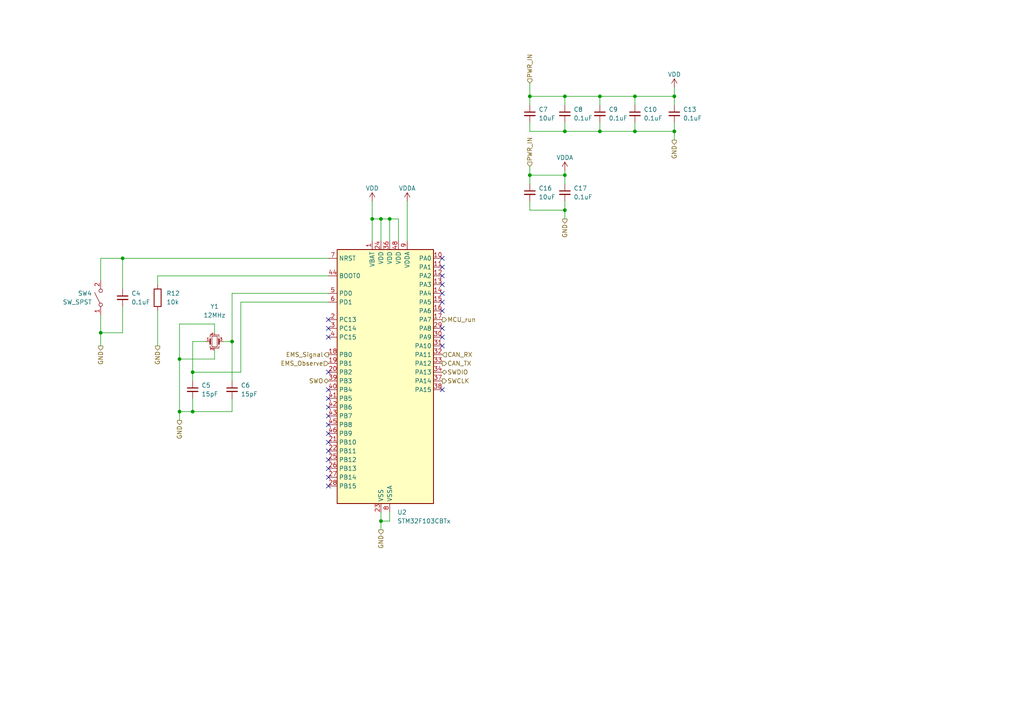
<source format=kicad_sch>
(kicad_sch (version 20230121) (generator eeschema)
  (paper "A4")
  (lib_symbols
    (symbol "Device:C_Small" (pin_numbers hide) (pin_names (offset 0.254) hide)
      (property "Reference" "C" (at 0.254 1.778 0))
      (property "Value" "C_Small" (at 0.254 -2.032 0))
      (symbol "C_Small_0_1"
        (polyline (pts (xy -1.524 -0.508) (xy 1.524 -0.508)) (stroke (width 0.3302)))
        (polyline (pts (xy -1.524 0.508) (xy 1.524 0.508)) (stroke (width 0.3048)))
      )
      (symbol "C_Small_1_1"
        (pin passive line (at 0 2.54 270) (length 2.032) (name "~") (number "1"))
        (pin passive line (at 0 -2.54 90) (length 2.032) (name "~") (number "2"))
      )
    )
    (symbol "Device:Crystal_GND24_Small" (pin_names (offset 1.016) hide)
      (property "Reference" "Y" (at 1.27 4.445 0))
      (property "Value" "Crystal_GND24_Small" (at 1.27 2.54 0))
      (symbol "Crystal_GND24_Small_0_1"
        (rectangle (start -0.762 -1.524) (end 0.762 1.524))
        (polyline (pts (xy -1.27 -0.762) (xy -1.27 0.762)) (stroke (width 0.381)))
        (polyline (pts (xy 1.27 -0.762) (xy 1.27 0.762)) (stroke (width 0.381)))
        (polyline (pts (xy -1.27 -1.27) (xy -1.27 -1.905) (xy 1.27 -1.905) (xy 1.27 -1.27)))
        (polyline (pts (xy -1.27 1.27) (xy -1.27 1.905) (xy 1.27 1.905) (xy 1.27 1.27)))
      )
      (symbol "Crystal_GND24_Small_1_1"
        (pin passive line (at -2.54 0 0) (length 1.27) (name "1") (number "1"))
        (pin passive line (at 0 -2.54 90) (length 0.635) (name "2") (number "2"))
        (pin passive line (at 2.54 0 180) (length 1.27) (name "3") (number "3"))
        (pin passive line (at 0 2.54 270) (length 0.635) (name "4") (number "4"))
      )
    )
    (symbol "Device:R" (pin_numbers hide) (pin_names (offset 0))
      (property "Reference" "R" (at 2.032 0 90))
      (property "Value" "R" (at 0 0 90))
      (symbol "R_0_1"
        (rectangle (start -1.016 -2.54) (end 1.016 2.54) (stroke (width 0.254)))
      )
      (symbol "R_1_1"
        (pin passive line (at 0 3.81 270) (length 1.27) (name "~") (number "1"))
        (pin passive line (at 0 -3.81 90) (length 1.27) (name "~") (number "2"))
      )
    )
    (symbol "MCU_ST_STM32F1:STM32F103CBTx"
      (property "Reference" "U" (at -12.7 39.37 0))
      (property "Value" "STM32F103CBTx" (at 10.16 39.37 0))
      (symbol "STM32F103CBTx_0_1"
        (rectangle (start -12.7 -35.56) (end 15.24 38.1) (stroke (width 0.254)) (fill (type background)))
      )
      (symbol "STM32F103CBTx_1_1"
        (pin power_in line (at -2.54 40.64 270) (length 2.54) (name "VBAT") (number "1"))
        (pin bidirectional line (at 17.78 35.56 180) (length 2.54) (name "PA0") (number "10"))
        (pin bidirectional line (at 17.78 33.02 180) (length 2.54) (name "PA1") (number "11"))
        (pin bidirectional line (at 17.78 30.48 180) (length 2.54) (name "PA2") (number "12"))
        (pin bidirectional line (at 17.78 27.94 180) (length 2.54) (name "PA3") (number "13"))
        (pin bidirectional line (at 17.78 25.4 180) (length 2.54) (name "PA4") (number "14"))
        (pin bidirectional line (at 17.78 22.86 180) (length 2.54) (name "PA5") (number "15"))
        (pin bidirectional line (at 17.78 20.32 180) (length 2.54) (name "PA6") (number "16"))
        (pin bidirectional line (at 17.78 17.78 180) (length 2.54) (name "PA7") (number "17"))
        (pin bidirectional line (at -15.24 7.62 0) (length 2.54) (name "PB0") (number "18"))
        (pin bidirectional line (at -15.24 5.08 0) (length 2.54) (name "PB1") (number "19"))
        (pin bidirectional line (at -15.24 17.78 0) (length 2.54) (name "PC13") (number "2"))
        (pin bidirectional line (at -15.24 2.54 0) (length 2.54) (name "PB2") (number "20"))
        (pin bidirectional line (at -15.24 -17.78 0) (length 2.54) (name "PB10") (number "21"))
        (pin bidirectional line (at -15.24 -20.32 0) (length 2.54) (name "PB11") (number "22"))
        (pin power_in line (at 0 -38.1 90) (length 2.54) (name "VSS") (number "23"))
        (pin power_in line (at 0 40.64 270) (length 2.54) (name "VDD") (number "24"))
        (pin bidirectional line (at -15.24 -22.86 0) (length 2.54) (name "PB12") (number "25"))
        (pin bidirectional line (at -15.24 -25.4 0) (length 2.54) (name "PB13") (number "26"))
        (pin bidirectional line (at -15.24 -27.94 0) (length 2.54) (name "PB14") (number "27"))
        (pin bidirectional line (at -15.24 -30.48 0) (length 2.54) (name "PB15") (number "28"))
        (pin bidirectional line (at 17.78 15.24 180) (length 2.54) (name "PA8") (number "29"))
        (pin bidirectional line (at -15.24 15.24 0) (length 2.54) (name "PC14") (number "3"))
        (pin bidirectional line (at 17.78 12.7 180) (length 2.54) (name "PA9") (number "30"))
        (pin bidirectional line (at 17.78 10.16 180) (length 2.54) (name "PA10") (number "31"))
        (pin bidirectional line (at 17.78 7.62 180) (length 2.54) (name "PA11") (number "32"))
        (pin bidirectional line (at 17.78 5.08 180) (length 2.54) (name "PA12") (number "33"))
        (pin bidirectional line (at 17.78 2.54 180) (length 2.54) (name "PA13") (number "34"))
        (pin passive line (at 0 -38.1 90) (length 2.54) hide (name "VSS") (number "35"))
        (pin power_in line (at 2.54 40.64 270) (length 2.54) (name "VDD") (number "36"))
        (pin bidirectional line (at 17.78 0 180) (length 2.54) (name "PA14") (number "37"))
        (pin bidirectional line (at 17.78 -2.54 180) (length 2.54) (name "PA15") (number "38"))
        (pin bidirectional line (at -15.24 0 0) (length 2.54) (name "PB3") (number "39"))
        (pin bidirectional line (at -15.24 12.7 0) (length 2.54) (name "PC15") (number "4"))
        (pin bidirectional line (at -15.24 -2.54 0) (length 2.54) (name "PB4") (number "40"))
        (pin bidirectional line (at -15.24 -5.08 0) (length 2.54) (name "PB5") (number "41"))
        (pin bidirectional line (at -15.24 -7.62 0) (length 2.54) (name "PB6") (number "42"))
        (pin bidirectional line (at -15.24 -10.16 0) (length 2.54) (name "PB7") (number "43"))
        (pin input line (at -15.24 30.48 0) (length 2.54) (name "BOOT0") (number "44"))
        (pin bidirectional line (at -15.24 -12.7 0) (length 2.54) (name "PB8") (number "45"))
        (pin bidirectional line (at -15.24 -15.24 0) (length 2.54) (name "PB9") (number "46"))
        (pin passive line (at 0 -38.1 90) (length 2.54) hide (name "VSS") (number "47"))
        (pin power_in line (at 5.08 40.64 270) (length 2.54) (name "VDD") (number "48"))
        (pin bidirectional line (at -15.24 25.4 0) (length 2.54) (name "PD0") (number "5"))
        (pin bidirectional line (at -15.24 22.86 0) (length 2.54) (name "PD1") (number "6"))
        (pin input line (at -15.24 35.56 0) (length 2.54) (name "NRST") (number "7"))
        (pin power_in line (at 2.54 -38.1 90) (length 2.54) (name "VSSA") (number "8"))
        (pin power_in line (at 7.62 40.64 270) (length 2.54) (name "VDDA") (number "9"))
      )
    )
    (symbol "Switch:SW_SPST" (pin_names (offset 0) hide)
      (property "Reference" "SW" (at 0 3.175 0))
      (property "Value" "SW_SPST" (at 0 -2.54 0))
      (symbol "SW_SPST_0_0"
        (circle (center -2.032 0) (radius 0.508))
        (polyline (pts (xy -1.524 0.254) (xy 1.524 1.778)))
        (circle (center 2.032 0) (radius 0.508))
      )
      (symbol "SW_SPST_1_1"
        (pin passive line (at -5.08 0 0) (length 2.54) (name "A") (number "1"))
        (pin passive line (at 5.08 0 180) (length 2.54) (name "B") (number "2"))
      )
    )
    (symbol "power:VDD" (power) (pin_names (offset 0))
      (property "Value" "VDD" (at 0 3.81 0))
      (symbol "VDD_0_1"
        (polyline (pts (xy -0.762 1.27) (xy 0 2.54)))
        (polyline (pts (xy 0 0) (xy 0 2.54)))
        (polyline (pts (xy 0 2.54) (xy 0.762 1.27)))
      )
      (symbol "VDD_1_1"
        (pin power_in line (at 0 0 90) (length 0) hide (name "VDD") (number "1"))
      )
    )
    (symbol "power:VDDA" (power) (pin_names (offset 0))
      (property "Value" "VDDA" (at 0 3.81 0))
      (symbol "VDDA_0_1"
        (polyline (pts (xy -0.762 1.27) (xy 0 2.54)))
        (polyline (pts (xy 0 0) (xy 0 2.54)))
        (polyline (pts (xy 0 2.54) (xy 0.762 1.27)))
      )
      (symbol "VDDA_1_1"
        (pin power_in line (at 0 0 90) (length 0) hide (name "VDDA") (number "1"))
      )
    )
  )
  (junction (at 110.49 63.5))
  (junction (at 153.67 50.8))
  (junction (at 52.07 104.14))
  (junction (at 52.07 119.38))
  (junction (at 184.15 38.1))
  (junction (at 163.83 60.96))
  (junction (at 173.99 27.94))
  (junction (at 173.99 38.1))
  (junction (at 55.88 107.95))
  (junction (at 163.83 38.1))
  (junction (at 184.15 27.94))
  (junction (at 113.03 63.5))
  (junction (at 163.83 27.94))
  (junction (at 153.67 27.94))
  (junction (at 35.56 74.93))
  (junction (at 107.95 63.5))
  (junction (at 195.58 27.94))
  (junction (at 29.21 96.52))
  (junction (at 55.88 119.38))
  (junction (at 163.83 50.8))
  (junction (at 110.49 151.13))
  (junction (at 195.58 38.1))
  (junction (at 67.31 99.06))
  (no_connect (at 128.27 77.47))
  (no_connect (at 95.25 123.19))
  (no_connect (at 95.25 120.65))
  (no_connect (at 128.27 100.33))
  (no_connect (at 128.27 113.03))
  (no_connect (at 95.25 95.25))
  (no_connect (at 95.25 125.73))
  (no_connect (at 95.25 97.79))
  (no_connect (at 95.25 128.27))
  (no_connect (at 95.25 115.57))
  (no_connect (at 128.27 80.01))
  (no_connect (at 128.27 97.79))
  (no_connect (at 128.27 87.63))
  (no_connect (at 95.25 135.89))
  (no_connect (at 95.25 92.71))
  (no_connect (at 128.27 82.55))
  (no_connect (at 128.27 74.93))
  (no_connect (at 128.27 90.17))
  (no_connect (at 95.25 140.97))
  (no_connect (at 95.25 113.03))
  (no_connect (at 95.25 130.81))
  (no_connect (at 128.27 95.25))
  (no_connect (at 95.25 138.43))
  (no_connect (at 128.27 85.09))
  (no_connect (at 95.25 133.35))
  (no_connect (at 95.25 107.95))
  (no_connect (at 95.25 118.11))
  (wire (pts (xy 184.15 27.94) (xy 195.58 27.94)))
  (wire (pts (xy 52.07 104.14) (xy 52.07 119.38)))
  (wire (pts (xy 55.88 99.06) (xy 59.69 99.06)))
  (wire (pts (xy 29.21 91.44) (xy 29.21 96.52)))
  (wire (pts (xy 52.07 93.98) (xy 52.07 104.14)))
  (wire (pts (xy 163.83 35.56) (xy 163.83 38.1)))
  (wire (pts (xy 113.03 63.5) (xy 115.57 63.5)))
  (wire (pts (xy 153.67 27.94) (xy 153.67 30.48)))
  (wire (pts (xy 153.67 24.13) (xy 153.67 27.94)))
  (wire (pts (xy 153.67 60.96) (xy 163.83 60.96)))
  (wire (pts (xy 52.07 104.14) (xy 62.23 104.14)))
  (wire (pts (xy 29.21 81.28) (xy 29.21 74.93)))
  (wire (pts (xy 163.83 49.53) (xy 163.83 50.8)))
  (wire (pts (xy 173.99 35.56) (xy 173.99 38.1)))
  (wire (pts (xy 173.99 30.48) (xy 173.99 27.94)))
  (wire (pts (xy 163.83 27.94) (xy 173.99 27.94)))
  (wire (pts (xy 95.25 80.01) (xy 45.72 80.01)))
  (wire (pts (xy 35.56 74.93) (xy 35.56 83.82)))
  (wire (pts (xy 110.49 151.13) (xy 110.49 153.67)))
  (wire (pts (xy 52.07 119.38) (xy 52.07 121.92)))
  (wire (pts (xy 163.83 27.94) (xy 163.83 30.48)))
  (wire (pts (xy 62.23 101.6) (xy 62.23 104.14)))
  (wire (pts (xy 29.21 74.93) (xy 35.56 74.93)))
  (wire (pts (xy 55.88 99.06) (xy 55.88 107.95)))
  (wire (pts (xy 195.58 30.48) (xy 195.58 27.94)))
  (wire (pts (xy 163.83 58.42) (xy 163.83 60.96)))
  (wire (pts (xy 184.15 38.1) (xy 195.58 38.1)))
  (wire (pts (xy 195.58 35.56) (xy 195.58 38.1)))
  (wire (pts (xy 184.15 35.56) (xy 184.15 38.1)))
  (wire (pts (xy 69.85 107.95) (xy 69.85 87.63)))
  (wire (pts (xy 115.57 63.5) (xy 115.57 69.85)))
  (wire (pts (xy 195.58 25.4) (xy 195.58 27.94)))
  (wire (pts (xy 107.95 69.85) (xy 107.95 63.5)))
  (wire (pts (xy 55.88 115.57) (xy 55.88 119.38)))
  (wire (pts (xy 45.72 90.17) (xy 45.72 100.33)))
  (wire (pts (xy 195.58 40.64) (xy 195.58 38.1)))
  (wire (pts (xy 52.07 119.38) (xy 55.88 119.38)))
  (wire (pts (xy 107.95 63.5) (xy 110.49 63.5)))
  (wire (pts (xy 153.67 38.1) (xy 153.67 35.56)))
  (wire (pts (xy 110.49 148.59) (xy 110.49 151.13)))
  (wire (pts (xy 55.88 107.95) (xy 69.85 107.95)))
  (wire (pts (xy 29.21 96.52) (xy 29.21 100.33)))
  (wire (pts (xy 69.85 87.63) (xy 95.25 87.63)))
  (wire (pts (xy 35.56 96.52) (xy 29.21 96.52)))
  (wire (pts (xy 67.31 115.57) (xy 67.31 119.38)))
  (wire (pts (xy 62.23 93.98) (xy 62.23 96.52)))
  (wire (pts (xy 184.15 27.94) (xy 173.99 27.94)))
  (wire (pts (xy 153.67 60.96) (xy 153.67 58.42)))
  (wire (pts (xy 55.88 107.95) (xy 55.88 110.49)))
  (wire (pts (xy 163.83 38.1) (xy 153.67 38.1)))
  (wire (pts (xy 64.77 99.06) (xy 67.31 99.06)))
  (wire (pts (xy 153.67 50.8) (xy 163.83 50.8)))
  (wire (pts (xy 163.83 27.94) (xy 153.67 27.94)))
  (wire (pts (xy 62.23 93.98) (xy 52.07 93.98)))
  (wire (pts (xy 153.67 48.26) (xy 153.67 50.8)))
  (wire (pts (xy 67.31 85.09) (xy 67.31 99.06)))
  (wire (pts (xy 184.15 38.1) (xy 173.99 38.1)))
  (wire (pts (xy 113.03 63.5) (xy 113.03 69.85)))
  (wire (pts (xy 35.56 88.9) (xy 35.56 96.52)))
  (wire (pts (xy 107.95 58.42) (xy 107.95 63.5)))
  (wire (pts (xy 35.56 74.93) (xy 95.25 74.93)))
  (wire (pts (xy 163.83 50.8) (xy 163.83 53.34)))
  (wire (pts (xy 67.31 99.06) (xy 67.31 110.49)))
  (wire (pts (xy 113.03 151.13) (xy 110.49 151.13)))
  (wire (pts (xy 173.99 38.1) (xy 163.83 38.1)))
  (wire (pts (xy 110.49 63.5) (xy 113.03 63.5)))
  (wire (pts (xy 113.03 148.59) (xy 113.03 151.13)))
  (wire (pts (xy 110.49 69.85) (xy 110.49 63.5)))
  (wire (pts (xy 45.72 80.01) (xy 45.72 82.55)))
  (wire (pts (xy 184.15 30.48) (xy 184.15 27.94)))
  (wire (pts (xy 67.31 85.09) (xy 95.25 85.09)))
  (wire (pts (xy 153.67 50.8) (xy 153.67 53.34)))
  (wire (pts (xy 67.31 119.38) (xy 55.88 119.38)))
  (wire (pts (xy 163.83 63.5) (xy 163.83 60.96)))
  (wire (pts (xy 118.11 69.85) (xy 118.11 58.42)))
  (hierarchical_label "EMS_Signal" (shape output) (at 95.25 102.87 180))
  (hierarchical_label "GND" (shape output) (at 52.07 121.92 270))
  (hierarchical_label "GND" (shape output) (at 110.49 153.67 270))
  (hierarchical_label "GND" (shape output) (at 195.58 40.64 270))
  (hierarchical_label "PWR_IN" (shape input) (at 153.67 24.13 90))
  (hierarchical_label "SWCLK" (shape output) (at 128.27 110.49 0))
  (hierarchical_label "CAN_RX" (shape input) (at 128.27 102.87 0))
  (hierarchical_label "GND" (shape output) (at 45.72 100.33 270))
  (hierarchical_label "PWR_IN" (shape input) (at 153.67 48.26 90))
  (hierarchical_label "GND" (shape output) (at 29.21 100.33 270))
  (hierarchical_label "CAN_TX" (shape output) (at 128.27 105.41 0))
  (hierarchical_label "SWDIO" (shape bidirectional) (at 128.27 107.95 0))
  (hierarchical_label "MCU_run" (shape output) (at 128.27 92.71 0))
  (hierarchical_label "SWO" (shape bidirectional) (at 95.25 110.49 180))
  (hierarchical_label "GND" (shape output) (at 163.83 63.5 270))
  (hierarchical_label "EMS_Observe" (shape input) (at 95.25 105.41 180))
  (symbol (lib_id "Switch:SW_SPST") (at 29.21 86.36 90) (unit 1)
    (property "Reference" "SW4" (at 26.67 85.09 90) (effects (justify left)))
    (property "Value" "SW_SPST" (at 26.67 87.63 90) (effects (justify left)))
    (property "Footprint" "RDC_generic:TVBP06-B043" (effects hide))
    (instances (project "schematic_PWRcutoff" (path "" (reference "SW4") (unit 1))) (project "schematic_PWR" (path "" (reference "SW3") (unit 1))))
  )
  (symbol (lib_id "Device:R") (at 45.72 86.36 0) (unit 1)
    (property "Reference" "R12" (at 48.26 85.09 0) (effects (justify left)))
    (property "Value" "10k" (at 48.26 87.63 0) (effects (justify left)))
    (property "Footprint" "Resistor_SMD:R_0402_1005Metric" (effects hide))
    (property "LCSC" "C25744" (effects hide))
    (instances (project "schematic_PWRcutoff" (path "" (reference "R12") (unit 1))) (project "schematic_PWR" (path "" (reference "R18") (unit 1))))
  )
  (symbol (lib_id "power:VDD") (at 107.95 58.42 0) (unit 1)
    (property "Reference" "#PWR036" (effects hide))
    (property "Value" "VDD" (at 107.95 54.61 0))
    (instances (project "schematic_PWRcutoff" (path "" (reference "#PWR036") (unit 1))) (project "schematic_PWR" (path "" (reference "#PWR040") (unit 1))))
  )
  (symbol (lib_id "MCU_ST_STM32F1:STM32F103CBTx") (at 110.49 110.49 0) (unit 1)
    (property "Reference" "U2" (at 115.2241 148.59 0) (effects (justify left)))
    (property "Value" "STM32F103CBTx" (at 115.2241 151.13 0) (effects (justify left)))
    (property "Footprint" "Package_QFP:LQFP-48_7x7mm_P0.5mm" (effects hide))
    (property "Datasheet" "https://www.st.com/resource/en/datasheet/stm32f103cb.pdf" (effects hide))
    (property "LCSC" "C8734" (effects hide))
    (instances (project "schematic_PWRcutoff" (path "" (reference "U2") (unit 1))) (project "schematic_PWR" (path "" (reference "U3") (unit 1))))
  )
  (symbol (lib_id "Device:C_Small") (at 184.15 33.02 0) (unit 1)
    (property "Reference" "C10" (at 186.69 31.7563 0) (effects (justify left)))
    (property "Value" "0.1uF" (at 186.69 34.2963 0) (effects (justify left)))
    (property "Footprint" "Capacitor_SMD:C_0402_1005Metric" (effects hide))
    (property "LCSC" "C307331" (effects hide))
    (instances (project "schematic_PWRcutoff" (path "" (reference "C10") (unit 1))) (project "schematic_PWR" (path "" (reference "C26") (unit 1))))
  )
  (symbol (lib_id "Device:C_Small") (at 173.99 33.02 0) (unit 1)
    (property "Reference" "C9" (at 176.53 31.7563 0) (effects (justify left)))
    (property "Value" "0.1uF" (at 176.53 34.2963 0) (effects (justify left)))
    (property "Footprint" "Capacitor_SMD:C_0402_1005Metric" (effects hide))
    (property "LCSC" "C307331" (effects hide))
    (instances (project "schematic_PWRcutoff" (path "" (reference "C9") (unit 1))) (project "schematic_PWR" (path "" (reference "C25") (unit 1))))
  )
  (symbol (lib_id "Device:C_Small") (at 195.58 33.02 0) (unit 1)
    (property "Reference" "C13" (at 198.12 31.7563 0) (effects (justify left)))
    (property "Value" "0.1uF" (at 198.12 34.2963 0) (effects (justify left)))
    (property "Footprint" "Capacitor_SMD:C_0402_1005Metric" (effects hide))
    (property "LCSC" "C307331" (effects hide))
    (instances (project "schematic_PWRcutoff" (path "" (reference "C13") (unit 1))) (project "schematic_PWR" (path "" (reference "C27") (unit 1))))
  )
  (symbol (lib_id "Device:C_Small") (at 163.83 55.88 0) (unit 1)
    (property "Reference" "C17" (at 166.37 54.6163 0) (effects (justify left)))
    (property "Value" "0.1uF" (at 166.37 57.1563 0) (effects (justify left)))
    (property "Footprint" "Capacitor_SMD:C_0402_1005Metric" (effects hide))
    (property "LCSC" "C307331" (effects hide))
    (instances (project "schematic_PWRcutoff" (path "" (reference "C17") (unit 1))) (project "schematic_PWR" (path "" (reference "C24") (unit 1))))
  )
  (symbol (lib_id "Device:C_Small") (at 35.56 86.36 0) (unit 1)
    (property "Reference" "C4" (at 38.1 85.0963 0) (effects (justify left)))
    (property "Value" "0.1uF" (at 38.1 87.6363 0) (effects (justify left)))
    (property "Footprint" "Capacitor_SMD:C_0402_1005Metric" (effects hide))
    (property "LCSC" "C307331" (effects hide))
    (instances (project "schematic_PWRcutoff" (path "" (reference "C4") (unit 1))) (project "schematic_PWR" (path "" (reference "C18") (unit 1))))
  )
  (symbol (lib_id "Device:C_Small") (at 163.83 33.02 0) (unit 1)
    (property "Reference" "C8" (at 166.37 31.7563 0) (effects (justify left)))
    (property "Value" "0.1uF" (at 166.37 34.2963 0) (effects (justify left)))
    (property "Footprint" "Capacitor_SMD:C_0402_1005Metric" (effects hide))
    (property "LCSC" "C307331" (effects hide))
    (instances (project "schematic_PWRcutoff" (path "" (reference "C8") (unit 1))) (project "schematic_PWR" (path "" (reference "C23") (unit 1))))
  )
  (symbol (lib_id "Device:C_Small") (at 55.88 113.03 0) (unit 1)
    (property "Reference" "C5" (at 58.42 111.7663 0) (effects (justify left)))
    (property "Value" "15pF" (at 58.42 114.3063 0) (effects (justify left)))
    (property "Footprint" "Capacitor_SMD:C_0402_1005Metric" (effects hide))
    (property "LCSC" "C1548" (effects hide))
    (instances (project "schematic_PWRcutoff" (path "" (reference "C5") (unit 1))) (project "schematic_PWR" (path "" (reference "C19") (unit 1))))
  )
  (symbol (lib_id "power:VDD") (at 195.58 25.4 0) (unit 1)
    (property "Reference" "#PWR038" (effects hide))
    (property "Value" "VDD" (at 195.58 21.59 0))
    (instances (project "schematic_PWRcutoff" (path "" (reference "#PWR038") (unit 1))) (project "schematic_PWR" (path "" (reference "#PWR043") (unit 1))))
  )
  (symbol (lib_id "Device:Crystal_GND24_Small") (at 62.23 99.06 0) (unit 1)
    (property "Reference" "Y1" (at 62.23 88.9 0))
    (property "Value" "12MHz" (at 62.23 91.44 0))
    (property "Footprint" "Crystal:Crystal_SMD_3225-4Pin_3.2x2.5mm" (effects hide))
    (property "LCSC" "C9002" (effects hide))
  )
  (symbol (lib_id "Device:C_Small") (at 153.67 55.88 0) (unit 1)
    (property "Reference" "C16" (at 156.21 54.6163 0) (effects (justify left)))
    (property "Value" "10uF" (at 156.21 57.1563 0) (effects (justify left)))
    (property "Footprint" "Capacitor_SMD:C_0603_1608Metric" (effects hide))
    (property "LCSC" "C19702" (effects hide))
    (instances (project "schematic_PWRcutoff" (path "" (reference "C16") (unit 1))) (project "schematic_PWR" (path "" (reference "C22") (unit 1))))
  )
  (symbol (lib_id "Device:C_Small") (at 153.67 33.02 0) (unit 1)
    (property "Reference" "C7" (at 156.21 31.7563 0) (effects (justify left)))
    (property "Value" "10uF" (at 156.21 34.2963 0) (effects (justify left)))
    (property "Footprint" "Capacitor_SMD:C_0603_1608Metric" (effects hide))
    (property "LCSC" "C19702" (effects hide))
    (instances (project "schematic_PWRcutoff" (path "" (reference "C7") (unit 1))) (project "schematic_PWR" (path "" (reference "C21") (unit 1))))
  )
  (symbol (lib_id "Device:C_Small") (at 67.31 113.03 0) (unit 1)
    (property "Reference" "C6" (at 69.85 111.7663 0) (effects (justify left)))
    (property "Value" "15pF" (at 69.85 114.3063 0) (effects (justify left)))
    (property "Footprint" "Capacitor_SMD:C_0402_1005Metric" (effects hide))
    (property "LCSC" "C1548" (effects hide))
    (instances (project "schematic_PWRcutoff" (path "" (reference "C6") (unit 1))) (project "schematic_PWR" (path "" (reference "C20") (unit 1))))
  )
  (symbol (lib_id "power:VDDA") (at 118.11 58.42 0) (unit 1)
    (property "Reference" "#PWR043" (effects hide))
    (property "Value" "VDDA" (at 118.11 54.61 0))
    (instances (project "schematic_PWRcutoff" (path "" (reference "#PWR043") (unit 1))) (project "schematic_PWR" (path "" (reference "#PWR041") (unit 1))))
  )
  (symbol (lib_id "power:VDDA") (at 163.83 49.53 0) (unit 1)
    (property "Reference" "#PWR045" (effects hide))
    (property "Value" "VDDA" (at 163.83 45.72 0))
    (instances (project "schematic_PWRcutoff" (path "" (reference "#PWR045") (unit 1))) (project "schematic_PWR" (path "" (reference "#PWR042") (unit 1))))
  )
)
</source>
